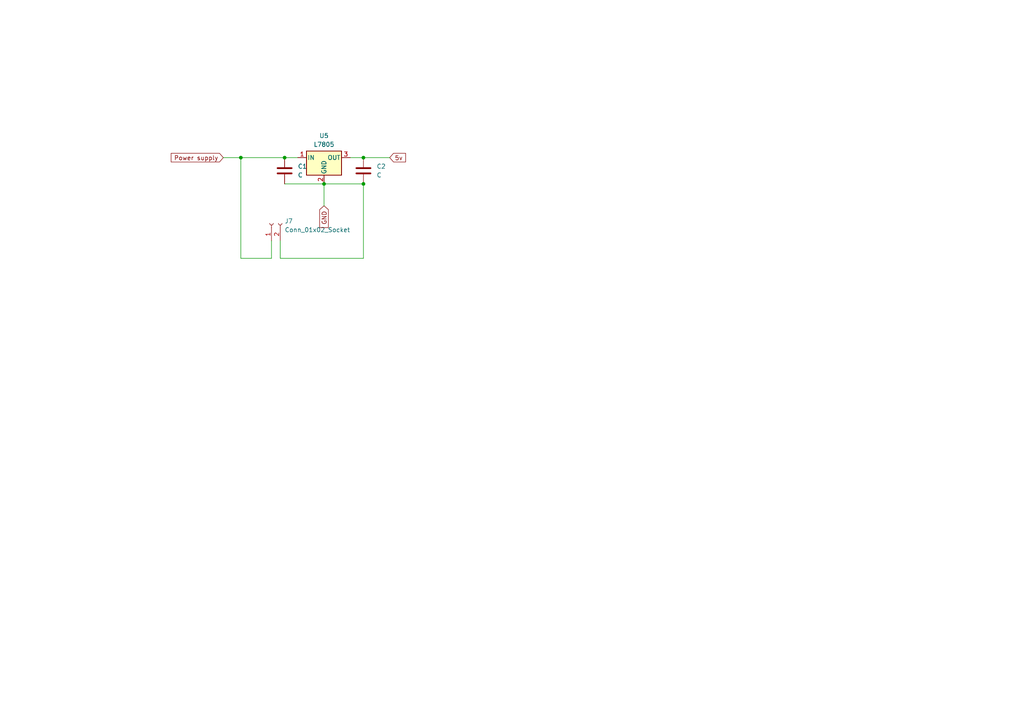
<source format=kicad_sch>
(kicad_sch (version 20231120) (generator "eeschema") (generator_version "8.0")
  (paper "A4")
  (title_block (title "Carte electronique Exodus") (company "Fablab"))
  (lib_symbols
    (symbol "Connector:Conn_01x02_Socket" (pin_names (offset 1.016) hide)
      (property "Reference" "J" (at 0 2.54 0))
      (property "Value" "Conn_01x02_Socket" (at 0 -5.08 0))
      (symbol "Conn_01x02_Socket_1_1"
        (arc (start 0 -2.032) (mid -0.5058 -2.54) (end 0 -3.048) (stroke (width 0.1524)))
        (polyline (pts (xy -1.27 -2.54) (xy -0.508 -2.54)) (stroke (width 0.1524)))
        (polyline (pts (xy -1.27 0) (xy -0.508 0)) (stroke (width 0.1524)))
        (arc (start 0 0.508) (mid -0.5058 0) (end 0 -0.508) (stroke (width 0.1524)))
        (pin passive line (at -5.08 0 0) (length 3.81) (name "Pin_1") (number "1"))
        (pin passive line (at -5.08 -2.54 0) (length 3.81) (name "Pin_2") (number "2"))
      )
    )
    (symbol "Device:C" (pin_numbers hide) (pin_names (offset 0.254))
      (property "Reference" "C" (at 0.635 2.54 0))
      (property "Value" "C" (at 0.635 -2.54 0))
      (symbol "C_0_1"
        (polyline (pts (xy -2.032 -0.762) (xy 2.032 -0.762)) (stroke (width 0.508)))
        (polyline (pts (xy -2.032 0.762) (xy 2.032 0.762)) (stroke (width 0.508)))
      )
      (symbol "C_1_1"
        (pin passive line (at 0 3.81 270) (length 2.794) (name "~") (number "1"))
        (pin passive line (at 0 -3.81 90) (length 2.794) (name "~") (number "2"))
      )
    )
    (symbol "Regulator_Linear:L7805" (pin_names (offset 0.254))
      (property "Reference" "U" (at -3.81 3.175 0))
      (property "Value" "L7805" (at 0 3.175 0))
      (symbol "L7805_0_1"
        (rectangle (start -5.08 1.905) (end 5.08 -5.08) (stroke (width 0.254)) (fill (type background)))
      )
      (symbol "L7805_1_1"
        (pin power_in line (at -7.62 0 0) (length 2.54) (name "IN") (number "1"))
        (pin power_in line (at 0 -7.62 90) (length 2.54) (name "GND") (number "2"))
        (pin power_out line (at 7.62 0 180) (length 2.54) (name "OUT") (number "3"))
      )
    )
  )
  (junction (at 93.98 53.34))
  (junction (at 105.41 45.72))
  (junction (at 105.41 53.34))
  (junction (at 82.55 45.72))
  (junction (at 69.85 45.72))
  (wire (pts (xy 82.55 45.72) (xy 86.36 45.72)))
  (wire (pts (xy 93.98 53.34) (xy 105.41 53.34)))
  (wire (pts (xy 69.85 45.72) (xy 69.85 74.93)))
  (wire (pts (xy 105.41 45.72) (xy 113.03 45.72)))
  (wire (pts (xy 69.85 45.72) (xy 82.55 45.72)))
  (wire (pts (xy 101.6 45.72) (xy 105.41 45.72)))
  (wire (pts (xy 78.74 74.93) (xy 78.74 69.85)))
  (wire (pts (xy 64.77 45.72) (xy 69.85 45.72)))
  (wire (pts (xy 69.85 74.93) (xy 78.74 74.93)))
  (wire (pts (xy 81.28 69.85) (xy 81.28 74.93)))
  (wire (pts (xy 105.41 74.93) (xy 105.41 53.34)))
  (wire (pts (xy 81.28 74.93) (xy 105.41 74.93)))
  (wire (pts (xy 82.55 53.34) (xy 93.98 53.34)))
  (wire (pts (xy 93.98 53.34) (xy 93.98 59.69)))
  (global_label "5v" (shape input) (at 113.03 45.72 0) (property "Intersheetrefs" "${INTERSHEET_REFS}" (effects (hide yes))))
  (global_label "Power supply" (shape input) (at 64.77 45.72 180) (property "Intersheetrefs" "${INTERSHEET_REFS}" (effects (hide yes))))
  (global_label "GND" (shape input) (at 93.98 59.69 270) (property "Intersheetrefs" "${INTERSHEET_REFS}" (effects (hide yes))))
  (symbol (lib_id "Device:C") (at 82.55 49.53 0) (unit 1)
    (property "Reference" "C1" (at 86.36 48.2599 0) (effects (justify left)))
    (property "Value" "C" (at 86.36 50.7999 0) (effects (justify left)))
    (property "Footprint" "Capacitor_THT:CP_Radial_D4.0mm_P1.50mm" (effects (hide yes)))
    (property "Description" "Unpolarized capacitor" (effects (hide yes)))
  )
  (symbol (lib_id "Device:C") (at 105.41 49.53 0) (unit 1)
    (property "Reference" "C2" (at 109.22 48.2599 0) (effects (justify left)))
    (property "Value" "C" (at 109.22 50.7999 0) (effects (justify left)))
    (property "Footprint" "Capacitor_THT:CP_Radial_D4.0mm_P1.50mm" (effects (hide yes)))
    (property "Description" "Unpolarized capacitor" (effects (hide yes)))
  )
  (symbol (lib_id "Connector:Conn_01x02_Socket") (at 78.74 64.77 90) (unit 1)
    (property "Reference" "J7" (at 82.55 64.1349 90) (effects (justify right)))
    (property "Value" "Conn_01x02_Socket" (at 82.55 66.6749 90) (effects (justify right)))
    (property "Footprint" "TerminalBlock:TerminalBlock_bornier-2_P5.08mm" (effects (hide yes)))
    (property "Description" "Generic connector, single row, 01x02, script generated" (effects (hide yes)))
  )
  (symbol (lib_id "Regulator_Linear:L7805") (at 93.98 45.72 0) (unit 1)
    (property "Reference" "U5" (at 93.98 39.37 0))
    (property "Value" "L7805" (at 93.98 41.91 0))
    (property "Footprint" "Package_TO_SOT_THT:TO-220-3_Vertical" (effects (hide yes)))
    (property "Datasheet" "http://www.st.com/content/ccc/resource/technical/document/datasheet/41/4f/b3/b0/12/d4/47/88/CD00000444.pdf/files/CD00000444.pdf/jcr:content/translations/en.CD00000444.pdf" (effects (hide yes)))
    (property "Description" "Positive 1.5A 35V Linear Regulator, Fixed Output 5V, TO-220/TO-263/TO-252" (effects (hide yes)))
  )
)
</source>
